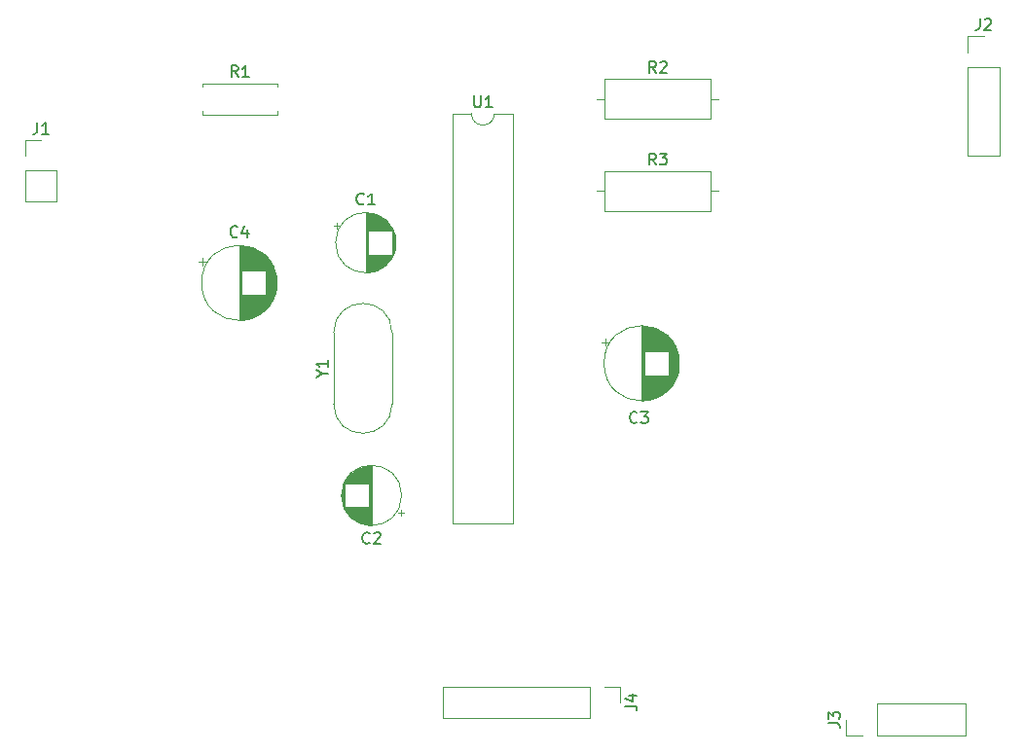
<source format=gbr>
%TF.GenerationSoftware,KiCad,Pcbnew,9.0.1*%
%TF.CreationDate,2025-06-18T08:05:51+01:00*%
%TF.ProjectId,station_pcb,73746174-696f-46e5-9f70-63622e6b6963,rev?*%
%TF.SameCoordinates,Original*%
%TF.FileFunction,Legend,Top*%
%TF.FilePolarity,Positive*%
%FSLAX46Y46*%
G04 Gerber Fmt 4.6, Leading zero omitted, Abs format (unit mm)*
G04 Created by KiCad (PCBNEW 9.0.1) date 2025-06-18 08:05:51*
%MOMM*%
%LPD*%
G01*
G04 APERTURE LIST*
%ADD10C,0.150000*%
%ADD11C,0.120000*%
G04 APERTURE END LIST*
D10*
X159252515Y-52734819D02*
X158919182Y-52258628D01*
X158681087Y-52734819D02*
X158681087Y-51734819D01*
X158681087Y-51734819D02*
X159062039Y-51734819D01*
X159062039Y-51734819D02*
X159157277Y-51782438D01*
X159157277Y-51782438D02*
X159204896Y-51830057D01*
X159204896Y-51830057D02*
X159252515Y-51925295D01*
X159252515Y-51925295D02*
X159252515Y-52068152D01*
X159252515Y-52068152D02*
X159204896Y-52163390D01*
X159204896Y-52163390D02*
X159157277Y-52211009D01*
X159157277Y-52211009D02*
X159062039Y-52258628D01*
X159062039Y-52258628D02*
X158681087Y-52258628D01*
X159633468Y-51830057D02*
X159681087Y-51782438D01*
X159681087Y-51782438D02*
X159776325Y-51734819D01*
X159776325Y-51734819D02*
X160014420Y-51734819D01*
X160014420Y-51734819D02*
X160109658Y-51782438D01*
X160109658Y-51782438D02*
X160157277Y-51830057D01*
X160157277Y-51830057D02*
X160204896Y-51925295D01*
X160204896Y-51925295D02*
X160204896Y-52020533D01*
X160204896Y-52020533D02*
X160157277Y-52163390D01*
X160157277Y-52163390D02*
X159585849Y-52734819D01*
X159585849Y-52734819D02*
X160204896Y-52734819D01*
X156604001Y-107833333D02*
X157318286Y-107833333D01*
X157318286Y-107833333D02*
X157461143Y-107880952D01*
X157461143Y-107880952D02*
X157556382Y-107976190D01*
X157556382Y-107976190D02*
X157604001Y-108119047D01*
X157604001Y-108119047D02*
X157604001Y-108214285D01*
X156937334Y-106928571D02*
X157604001Y-106928571D01*
X156556382Y-107166666D02*
X157270667Y-107404761D01*
X157270667Y-107404761D02*
X157270667Y-106785714D01*
X133852515Y-64109580D02*
X133804896Y-64157200D01*
X133804896Y-64157200D02*
X133662039Y-64204819D01*
X133662039Y-64204819D02*
X133566801Y-64204819D01*
X133566801Y-64204819D02*
X133423944Y-64157200D01*
X133423944Y-64157200D02*
X133328706Y-64061961D01*
X133328706Y-64061961D02*
X133281087Y-63966723D01*
X133281087Y-63966723D02*
X133233468Y-63776247D01*
X133233468Y-63776247D02*
X133233468Y-63633390D01*
X133233468Y-63633390D02*
X133281087Y-63442914D01*
X133281087Y-63442914D02*
X133328706Y-63347676D01*
X133328706Y-63347676D02*
X133423944Y-63252438D01*
X133423944Y-63252438D02*
X133566801Y-63204819D01*
X133566801Y-63204819D02*
X133662039Y-63204819D01*
X133662039Y-63204819D02*
X133804896Y-63252438D01*
X133804896Y-63252438D02*
X133852515Y-63300057D01*
X134804896Y-64204819D02*
X134233468Y-64204819D01*
X134519182Y-64204819D02*
X134519182Y-63204819D01*
X134519182Y-63204819D02*
X134423944Y-63347676D01*
X134423944Y-63347676D02*
X134328706Y-63442914D01*
X134328706Y-63442914D02*
X134233468Y-63490533D01*
X130222810Y-78916190D02*
X130699001Y-78916190D01*
X129699001Y-79249523D02*
X130222810Y-78916190D01*
X130222810Y-78916190D02*
X129699001Y-78582857D01*
X130699001Y-77725714D02*
X130699001Y-78297142D01*
X130699001Y-78011428D02*
X129699001Y-78011428D01*
X129699001Y-78011428D02*
X129841858Y-78106666D01*
X129841858Y-78106666D02*
X129937096Y-78201904D01*
X129937096Y-78201904D02*
X129984715Y-78297142D01*
X157602515Y-83109580D02*
X157554896Y-83157200D01*
X157554896Y-83157200D02*
X157412039Y-83204819D01*
X157412039Y-83204819D02*
X157316801Y-83204819D01*
X157316801Y-83204819D02*
X157173944Y-83157200D01*
X157173944Y-83157200D02*
X157078706Y-83061961D01*
X157078706Y-83061961D02*
X157031087Y-82966723D01*
X157031087Y-82966723D02*
X156983468Y-82776247D01*
X156983468Y-82776247D02*
X156983468Y-82633390D01*
X156983468Y-82633390D02*
X157031087Y-82442914D01*
X157031087Y-82442914D02*
X157078706Y-82347676D01*
X157078706Y-82347676D02*
X157173944Y-82252438D01*
X157173944Y-82252438D02*
X157316801Y-82204819D01*
X157316801Y-82204819D02*
X157412039Y-82204819D01*
X157412039Y-82204819D02*
X157554896Y-82252438D01*
X157554896Y-82252438D02*
X157602515Y-82300057D01*
X157935849Y-82204819D02*
X158554896Y-82204819D01*
X158554896Y-82204819D02*
X158221563Y-82585771D01*
X158221563Y-82585771D02*
X158364420Y-82585771D01*
X158364420Y-82585771D02*
X158459658Y-82633390D01*
X158459658Y-82633390D02*
X158507277Y-82681009D01*
X158507277Y-82681009D02*
X158554896Y-82776247D01*
X158554896Y-82776247D02*
X158554896Y-83014342D01*
X158554896Y-83014342D02*
X158507277Y-83109580D01*
X158507277Y-83109580D02*
X158459658Y-83157200D01*
X158459658Y-83157200D02*
X158364420Y-83204819D01*
X158364420Y-83204819D02*
X158078706Y-83204819D01*
X158078706Y-83204819D02*
X157983468Y-83157200D01*
X157983468Y-83157200D02*
X157935849Y-83109580D01*
X143447277Y-54724819D02*
X143447277Y-55534342D01*
X143447277Y-55534342D02*
X143494896Y-55629580D01*
X143494896Y-55629580D02*
X143542515Y-55677200D01*
X143542515Y-55677200D02*
X143637753Y-55724819D01*
X143637753Y-55724819D02*
X143828229Y-55724819D01*
X143828229Y-55724819D02*
X143923467Y-55677200D01*
X143923467Y-55677200D02*
X143971086Y-55629580D01*
X143971086Y-55629580D02*
X144018705Y-55534342D01*
X144018705Y-55534342D02*
X144018705Y-54724819D01*
X145018705Y-55724819D02*
X144447277Y-55724819D01*
X144732991Y-55724819D02*
X144732991Y-54724819D01*
X144732991Y-54724819D02*
X144637753Y-54867676D01*
X144637753Y-54867676D02*
X144542515Y-54962914D01*
X144542515Y-54962914D02*
X144447277Y-55010533D01*
X159252515Y-60734819D02*
X158919182Y-60258628D01*
X158681087Y-60734819D02*
X158681087Y-59734819D01*
X158681087Y-59734819D02*
X159062039Y-59734819D01*
X159062039Y-59734819D02*
X159157277Y-59782438D01*
X159157277Y-59782438D02*
X159204896Y-59830057D01*
X159204896Y-59830057D02*
X159252515Y-59925295D01*
X159252515Y-59925295D02*
X159252515Y-60068152D01*
X159252515Y-60068152D02*
X159204896Y-60163390D01*
X159204896Y-60163390D02*
X159157277Y-60211009D01*
X159157277Y-60211009D02*
X159062039Y-60258628D01*
X159062039Y-60258628D02*
X158681087Y-60258628D01*
X159585849Y-59734819D02*
X160204896Y-59734819D01*
X160204896Y-59734819D02*
X159871563Y-60115771D01*
X159871563Y-60115771D02*
X160014420Y-60115771D01*
X160014420Y-60115771D02*
X160109658Y-60163390D01*
X160109658Y-60163390D02*
X160157277Y-60211009D01*
X160157277Y-60211009D02*
X160204896Y-60306247D01*
X160204896Y-60306247D02*
X160204896Y-60544342D01*
X160204896Y-60544342D02*
X160157277Y-60639580D01*
X160157277Y-60639580D02*
X160109658Y-60687200D01*
X160109658Y-60687200D02*
X160014420Y-60734819D01*
X160014420Y-60734819D02*
X159728706Y-60734819D01*
X159728706Y-60734819D02*
X159633468Y-60687200D01*
X159633468Y-60687200D02*
X159585849Y-60639580D01*
X122912515Y-53084819D02*
X122579182Y-52608628D01*
X122341087Y-53084819D02*
X122341087Y-52084819D01*
X122341087Y-52084819D02*
X122722039Y-52084819D01*
X122722039Y-52084819D02*
X122817277Y-52132438D01*
X122817277Y-52132438D02*
X122864896Y-52180057D01*
X122864896Y-52180057D02*
X122912515Y-52275295D01*
X122912515Y-52275295D02*
X122912515Y-52418152D01*
X122912515Y-52418152D02*
X122864896Y-52513390D01*
X122864896Y-52513390D02*
X122817277Y-52561009D01*
X122817277Y-52561009D02*
X122722039Y-52608628D01*
X122722039Y-52608628D02*
X122341087Y-52608628D01*
X123864896Y-53084819D02*
X123293468Y-53084819D01*
X123579182Y-53084819D02*
X123579182Y-52084819D01*
X123579182Y-52084819D02*
X123483944Y-52227676D01*
X123483944Y-52227676D02*
X123388706Y-52322914D01*
X123388706Y-52322914D02*
X123293468Y-52370533D01*
X174264001Y-109333333D02*
X174978286Y-109333333D01*
X174978286Y-109333333D02*
X175121143Y-109380952D01*
X175121143Y-109380952D02*
X175216382Y-109476190D01*
X175216382Y-109476190D02*
X175264001Y-109619047D01*
X175264001Y-109619047D02*
X175264001Y-109714285D01*
X174264001Y-108952380D02*
X174264001Y-108333333D01*
X174264001Y-108333333D02*
X174644953Y-108666666D01*
X174644953Y-108666666D02*
X174644953Y-108523809D01*
X174644953Y-108523809D02*
X174692572Y-108428571D01*
X174692572Y-108428571D02*
X174740191Y-108380952D01*
X174740191Y-108380952D02*
X174835429Y-108333333D01*
X174835429Y-108333333D02*
X175073524Y-108333333D01*
X175073524Y-108333333D02*
X175168762Y-108380952D01*
X175168762Y-108380952D02*
X175216382Y-108428571D01*
X175216382Y-108428571D02*
X175264001Y-108523809D01*
X175264001Y-108523809D02*
X175264001Y-108809523D01*
X175264001Y-108809523D02*
X175216382Y-108904761D01*
X175216382Y-108904761D02*
X175168762Y-108952380D01*
X187435848Y-47994819D02*
X187435848Y-48709104D01*
X187435848Y-48709104D02*
X187388229Y-48851961D01*
X187388229Y-48851961D02*
X187292991Y-48947200D01*
X187292991Y-48947200D02*
X187150134Y-48994819D01*
X187150134Y-48994819D02*
X187054896Y-48994819D01*
X187864420Y-48090057D02*
X187912039Y-48042438D01*
X187912039Y-48042438D02*
X188007277Y-47994819D01*
X188007277Y-47994819D02*
X188245372Y-47994819D01*
X188245372Y-47994819D02*
X188340610Y-48042438D01*
X188340610Y-48042438D02*
X188388229Y-48090057D01*
X188388229Y-48090057D02*
X188435848Y-48185295D01*
X188435848Y-48185295D02*
X188435848Y-48280533D01*
X188435848Y-48280533D02*
X188388229Y-48423390D01*
X188388229Y-48423390D02*
X187816801Y-48994819D01*
X187816801Y-48994819D02*
X188435848Y-48994819D01*
X105435848Y-57034819D02*
X105435848Y-57749104D01*
X105435848Y-57749104D02*
X105388229Y-57891961D01*
X105388229Y-57891961D02*
X105292991Y-57987200D01*
X105292991Y-57987200D02*
X105150134Y-58034819D01*
X105150134Y-58034819D02*
X105054896Y-58034819D01*
X106435848Y-58034819D02*
X105864420Y-58034819D01*
X106150134Y-58034819D02*
X106150134Y-57034819D01*
X106150134Y-57034819D02*
X106054896Y-57177676D01*
X106054896Y-57177676D02*
X105959658Y-57272914D01*
X105959658Y-57272914D02*
X105864420Y-57320533D01*
X122852515Y-66959580D02*
X122804896Y-67007200D01*
X122804896Y-67007200D02*
X122662039Y-67054819D01*
X122662039Y-67054819D02*
X122566801Y-67054819D01*
X122566801Y-67054819D02*
X122423944Y-67007200D01*
X122423944Y-67007200D02*
X122328706Y-66911961D01*
X122328706Y-66911961D02*
X122281087Y-66816723D01*
X122281087Y-66816723D02*
X122233468Y-66626247D01*
X122233468Y-66626247D02*
X122233468Y-66483390D01*
X122233468Y-66483390D02*
X122281087Y-66292914D01*
X122281087Y-66292914D02*
X122328706Y-66197676D01*
X122328706Y-66197676D02*
X122423944Y-66102438D01*
X122423944Y-66102438D02*
X122566801Y-66054819D01*
X122566801Y-66054819D02*
X122662039Y-66054819D01*
X122662039Y-66054819D02*
X122804896Y-66102438D01*
X122804896Y-66102438D02*
X122852515Y-66150057D01*
X123709658Y-66388152D02*
X123709658Y-67054819D01*
X123471563Y-66007200D02*
X123233468Y-66721485D01*
X123233468Y-66721485D02*
X123852515Y-66721485D01*
X134352515Y-93609580D02*
X134304896Y-93657200D01*
X134304896Y-93657200D02*
X134162039Y-93704819D01*
X134162039Y-93704819D02*
X134066801Y-93704819D01*
X134066801Y-93704819D02*
X133923944Y-93657200D01*
X133923944Y-93657200D02*
X133828706Y-93561961D01*
X133828706Y-93561961D02*
X133781087Y-93466723D01*
X133781087Y-93466723D02*
X133733468Y-93276247D01*
X133733468Y-93276247D02*
X133733468Y-93133390D01*
X133733468Y-93133390D02*
X133781087Y-92942914D01*
X133781087Y-92942914D02*
X133828706Y-92847676D01*
X133828706Y-92847676D02*
X133923944Y-92752438D01*
X133923944Y-92752438D02*
X134066801Y-92704819D01*
X134066801Y-92704819D02*
X134162039Y-92704819D01*
X134162039Y-92704819D02*
X134304896Y-92752438D01*
X134304896Y-92752438D02*
X134352515Y-92800057D01*
X134733468Y-92800057D02*
X134781087Y-92752438D01*
X134781087Y-92752438D02*
X134876325Y-92704819D01*
X134876325Y-92704819D02*
X135114420Y-92704819D01*
X135114420Y-92704819D02*
X135209658Y-92752438D01*
X135209658Y-92752438D02*
X135257277Y-92800057D01*
X135257277Y-92800057D02*
X135304896Y-92895295D01*
X135304896Y-92895295D02*
X135304896Y-92990533D01*
X135304896Y-92990533D02*
X135257277Y-93133390D01*
X135257277Y-93133390D02*
X134685849Y-93704819D01*
X134685849Y-93704819D02*
X135304896Y-93704819D01*
D11*
%TO.C,R2*%
X164729182Y-55000000D02*
X164039182Y-55000000D01*
X164039182Y-56720000D02*
X164039182Y-53280000D01*
X164039182Y-53280000D02*
X154799182Y-53280000D01*
X154799182Y-56720000D02*
X164039182Y-56720000D01*
X154799182Y-53280000D02*
X154799182Y-56720000D01*
X154109182Y-55000000D02*
X154799182Y-55000000D01*
%TO.C,J4*%
X153499182Y-108880000D02*
X140689182Y-108880000D01*
X140689182Y-106120000D02*
X140689182Y-108880000D01*
X153499182Y-106120000D02*
X153499182Y-108880000D01*
X153499182Y-106120000D02*
X140689182Y-106120000D01*
X154769182Y-106120000D02*
X156149182Y-106120000D01*
X156149182Y-106120000D02*
X156149182Y-107500000D01*
%TO.C,C1*%
X136639182Y-67500000D02*
G75*
G02*
X131399182Y-67500000I-2620000J0D01*
G01*
X131399182Y-67500000D02*
G75*
G02*
X136639182Y-67500000I2620000J0D01*
G01*
X136619182Y-67217000D02*
X136619182Y-67783000D01*
X136579182Y-66983000D02*
X136579182Y-68017000D01*
X136539182Y-66823000D02*
X136539182Y-68177000D01*
X136499182Y-66695000D02*
X136499182Y-68305000D01*
X136459182Y-66586000D02*
X136459182Y-68414000D01*
X136419182Y-66489000D02*
X136419182Y-68511000D01*
X136379182Y-66402000D02*
X136379182Y-68598000D01*
X136339182Y-66323000D02*
X136339182Y-68677000D01*
X136299182Y-68540000D02*
X136299182Y-68751000D01*
X136299182Y-66249000D02*
X136299182Y-66460000D01*
X136259182Y-68540000D02*
X136259182Y-68819000D01*
X136259182Y-66181000D02*
X136259182Y-66460000D01*
X136219182Y-68540000D02*
X136219182Y-68883000D01*
X136219182Y-66117000D02*
X136219182Y-66460000D01*
X136179182Y-68540000D02*
X136179182Y-68943000D01*
X136179182Y-66057000D02*
X136179182Y-66460000D01*
X136139182Y-68540000D02*
X136139182Y-68999000D01*
X136139182Y-66001000D02*
X136139182Y-66460000D01*
X136099182Y-68540000D02*
X136099182Y-69053000D01*
X136099182Y-65947000D02*
X136099182Y-66460000D01*
X136059182Y-68540000D02*
X136059182Y-69104000D01*
X136059182Y-65896000D02*
X136059182Y-66460000D01*
X136019182Y-68540000D02*
X136019182Y-69152000D01*
X136019182Y-65848000D02*
X136019182Y-66460000D01*
X135979182Y-68540000D02*
X135979182Y-69199000D01*
X135979182Y-65801000D02*
X135979182Y-66460000D01*
X135939182Y-68540000D02*
X135939182Y-69243000D01*
X135939182Y-65757000D02*
X135939182Y-66460000D01*
X135899182Y-68540000D02*
X135899182Y-69285000D01*
X135899182Y-65715000D02*
X135899182Y-66460000D01*
X135859182Y-68540000D02*
X135859182Y-69325000D01*
X135859182Y-65675000D02*
X135859182Y-66460000D01*
X135819182Y-68540000D02*
X135819182Y-69364000D01*
X135819182Y-65636000D02*
X135819182Y-66460000D01*
X135779182Y-68540000D02*
X135779182Y-69401000D01*
X135779182Y-65599000D02*
X135779182Y-66460000D01*
X135739182Y-68540000D02*
X135739182Y-69436000D01*
X135739182Y-65564000D02*
X135739182Y-66460000D01*
X135699182Y-68540000D02*
X135699182Y-69470000D01*
X135699182Y-65530000D02*
X135699182Y-66460000D01*
X135659182Y-68540000D02*
X135659182Y-69503000D01*
X135659182Y-65497000D02*
X135659182Y-66460000D01*
X135619182Y-68540000D02*
X135619182Y-69535000D01*
X135619182Y-65465000D02*
X135619182Y-66460000D01*
X135579182Y-68540000D02*
X135579182Y-69565000D01*
X135579182Y-65435000D02*
X135579182Y-66460000D01*
X135539182Y-68540000D02*
X135539182Y-69594000D01*
X135539182Y-65406000D02*
X135539182Y-66460000D01*
X135499182Y-68540000D02*
X135499182Y-69622000D01*
X135499182Y-65378000D02*
X135499182Y-66460000D01*
X135459182Y-68540000D02*
X135459182Y-69649000D01*
X135459182Y-65351000D02*
X135459182Y-66460000D01*
X135419182Y-68540000D02*
X135419182Y-69675000D01*
X135419182Y-65325000D02*
X135419182Y-66460000D01*
X135379182Y-68540000D02*
X135379182Y-69699000D01*
X135379182Y-65301000D02*
X135379182Y-66460000D01*
X135339182Y-68540000D02*
X135339182Y-69723000D01*
X135339182Y-65277000D02*
X135339182Y-66460000D01*
X135299182Y-68540000D02*
X135299182Y-69746000D01*
X135299182Y-65254000D02*
X135299182Y-66460000D01*
X135259182Y-68540000D02*
X135259182Y-69768000D01*
X135259182Y-65232000D02*
X135259182Y-66460000D01*
X135219182Y-68540000D02*
X135219182Y-69789000D01*
X135219182Y-65211000D02*
X135219182Y-66460000D01*
X135179182Y-68540000D02*
X135179182Y-69809000D01*
X135179182Y-65191000D02*
X135179182Y-66460000D01*
X135139182Y-68540000D02*
X135139182Y-69829000D01*
X135139182Y-65171000D02*
X135139182Y-66460000D01*
X135099182Y-68540000D02*
X135099182Y-69847000D01*
X135099182Y-65153000D02*
X135099182Y-66460000D01*
X135059182Y-68540000D02*
X135059182Y-69865000D01*
X135059182Y-65135000D02*
X135059182Y-66460000D01*
X135019182Y-68540000D02*
X135019182Y-69882000D01*
X135019182Y-65118000D02*
X135019182Y-66460000D01*
X134979182Y-68540000D02*
X134979182Y-69898000D01*
X134979182Y-65102000D02*
X134979182Y-66460000D01*
X134939182Y-68540000D02*
X134939182Y-69913000D01*
X134939182Y-65087000D02*
X134939182Y-66460000D01*
X134899182Y-68540000D02*
X134899182Y-69928000D01*
X134899182Y-65072000D02*
X134899182Y-66460000D01*
X134859182Y-68540000D02*
X134859182Y-69942000D01*
X134859182Y-65058000D02*
X134859182Y-66460000D01*
X134819182Y-68540000D02*
X134819182Y-69955000D01*
X134819182Y-65045000D02*
X134819182Y-66460000D01*
X134779182Y-68540000D02*
X134779182Y-69967000D01*
X134779182Y-65033000D02*
X134779182Y-66460000D01*
X134739182Y-68540000D02*
X134739182Y-69979000D01*
X134739182Y-65021000D02*
X134739182Y-66460000D01*
X134699182Y-68540000D02*
X134699182Y-69990000D01*
X134699182Y-65010000D02*
X134699182Y-66460000D01*
X134659182Y-68540000D02*
X134659182Y-70001000D01*
X134659182Y-64999000D02*
X134659182Y-66460000D01*
X134619182Y-68540000D02*
X134619182Y-70010000D01*
X134619182Y-64990000D02*
X134619182Y-66460000D01*
X134579182Y-68540000D02*
X134579182Y-70019000D01*
X134579182Y-64981000D02*
X134579182Y-66460000D01*
X134539182Y-68540000D02*
X134539182Y-70028000D01*
X134539182Y-64972000D02*
X134539182Y-66460000D01*
X134499182Y-68540000D02*
X134499182Y-70036000D01*
X134499182Y-64964000D02*
X134499182Y-66460000D01*
X134459182Y-68540000D02*
X134459182Y-70043000D01*
X134459182Y-64957000D02*
X134459182Y-66460000D01*
X134419182Y-68540000D02*
X134419182Y-70049000D01*
X134419182Y-64951000D02*
X134419182Y-66460000D01*
X134379182Y-68540000D02*
X134379182Y-70055000D01*
X134379182Y-64945000D02*
X134379182Y-66460000D01*
X134339182Y-68540000D02*
X134339182Y-70060000D01*
X134339182Y-64940000D02*
X134339182Y-66460000D01*
X134299182Y-68540000D02*
X134299182Y-70065000D01*
X134299182Y-64935000D02*
X134299182Y-66460000D01*
X134259182Y-68540000D02*
X134259182Y-70069000D01*
X134259182Y-64931000D02*
X134259182Y-66460000D01*
X134219182Y-64928000D02*
X134219182Y-70072000D01*
X134179182Y-64925000D02*
X134179182Y-70075000D01*
X134139182Y-64923000D02*
X134139182Y-70077000D01*
X134099182Y-64921000D02*
X134099182Y-70079000D01*
X134059182Y-64920000D02*
X134059182Y-70080000D01*
X134019182Y-64920000D02*
X134019182Y-70080000D01*
X131464407Y-65775000D02*
X131464407Y-66275000D01*
X131214407Y-66025000D02*
X131714407Y-66025000D01*
%TO.C,Y1*%
X131244182Y-75315000D02*
G75*
G02*
X136294182Y-75315000I2525000J0D01*
G01*
X136294182Y-81565000D02*
G75*
G02*
X131244182Y-81565000I-2525000J0D01*
G01*
X136294182Y-81565000D02*
X136294182Y-75315000D01*
X131244182Y-81565000D02*
X131244182Y-75315000D01*
%TO.C,C3*%
X161289182Y-78000000D02*
G75*
G02*
X154749182Y-78000000I-3270000J0D01*
G01*
X154749182Y-78000000D02*
G75*
G02*
X161289182Y-78000000I3270000J0D01*
G01*
X161259182Y-77598000D02*
X161259182Y-78402000D01*
X161219182Y-77367000D02*
X161219182Y-78633000D01*
X161179182Y-77199000D02*
X161179182Y-78801000D01*
X161139182Y-77061000D02*
X161139182Y-78939000D01*
X161099182Y-76942000D02*
X161099182Y-79058000D01*
X161059182Y-76835000D02*
X161059182Y-79165000D01*
X161019182Y-76739000D02*
X161019182Y-79261000D01*
X160979182Y-76650000D02*
X160979182Y-79350000D01*
X160939182Y-76568000D02*
X160939182Y-79432000D01*
X160899182Y-76491000D02*
X160899182Y-79509000D01*
X160859182Y-76419000D02*
X160859182Y-79581000D01*
X160819182Y-76351000D02*
X160819182Y-79649000D01*
X160779182Y-76286000D02*
X160779182Y-79714000D01*
X160739182Y-76225000D02*
X160739182Y-79775000D01*
X160699182Y-76166000D02*
X160699182Y-79834000D01*
X160659182Y-76110000D02*
X160659182Y-79890000D01*
X160619182Y-76057000D02*
X160619182Y-79943000D01*
X160579182Y-76005000D02*
X160579182Y-79995000D01*
X160539182Y-75956000D02*
X160539182Y-80044000D01*
X160499182Y-75909000D02*
X160499182Y-80091000D01*
X160459182Y-75863000D02*
X160459182Y-80137000D01*
X160419182Y-75819000D02*
X160419182Y-80181000D01*
X160379182Y-75777000D02*
X160379182Y-80223000D01*
X160339182Y-75736000D02*
X160339182Y-80264000D01*
X160299182Y-79040000D02*
X160299182Y-80304000D01*
X160299182Y-75696000D02*
X160299182Y-76960000D01*
X160259182Y-79040000D02*
X160259182Y-80342000D01*
X160259182Y-75658000D02*
X160259182Y-76960000D01*
X160219182Y-79040000D02*
X160219182Y-80379000D01*
X160219182Y-75621000D02*
X160219182Y-76960000D01*
X160179182Y-79040000D02*
X160179182Y-80415000D01*
X160179182Y-75585000D02*
X160179182Y-76960000D01*
X160139182Y-79040000D02*
X160139182Y-80450000D01*
X160139182Y-75550000D02*
X160139182Y-76960000D01*
X160099182Y-79040000D02*
X160099182Y-80483000D01*
X160099182Y-75517000D02*
X160099182Y-76960000D01*
X160059182Y-79040000D02*
X160059182Y-80516000D01*
X160059182Y-75484000D02*
X160059182Y-76960000D01*
X160019182Y-79040000D02*
X160019182Y-80547000D01*
X160019182Y-75453000D02*
X160019182Y-76960000D01*
X159979182Y-79040000D02*
X159979182Y-80577000D01*
X159979182Y-75423000D02*
X159979182Y-76960000D01*
X159939182Y-79040000D02*
X159939182Y-80607000D01*
X159939182Y-75393000D02*
X159939182Y-76960000D01*
X159899182Y-79040000D02*
X159899182Y-80636000D01*
X159899182Y-75364000D02*
X159899182Y-76960000D01*
X159859182Y-79040000D02*
X159859182Y-80663000D01*
X159859182Y-75337000D02*
X159859182Y-76960000D01*
X159819182Y-79040000D02*
X159819182Y-80690000D01*
X159819182Y-75310000D02*
X159819182Y-76960000D01*
X159779182Y-79040000D02*
X159779182Y-80716000D01*
X159779182Y-75284000D02*
X159779182Y-76960000D01*
X159739182Y-79040000D02*
X159739182Y-80741000D01*
X159739182Y-75259000D02*
X159739182Y-76960000D01*
X159699182Y-79040000D02*
X159699182Y-80765000D01*
X159699182Y-75235000D02*
X159699182Y-76960000D01*
X159659182Y-79040000D02*
X159659182Y-80789000D01*
X159659182Y-75211000D02*
X159659182Y-76960000D01*
X159619182Y-79040000D02*
X159619182Y-80812000D01*
X159619182Y-75188000D02*
X159619182Y-76960000D01*
X159579182Y-79040000D02*
X159579182Y-80834000D01*
X159579182Y-75166000D02*
X159579182Y-76960000D01*
X159539182Y-79040000D02*
X159539182Y-80855000D01*
X159539182Y-75145000D02*
X159539182Y-76960000D01*
X159499182Y-79040000D02*
X159499182Y-80876000D01*
X159499182Y-75124000D02*
X159499182Y-76960000D01*
X159459182Y-79040000D02*
X159459182Y-80896000D01*
X159459182Y-75104000D02*
X159459182Y-76960000D01*
X159419182Y-79040000D02*
X159419182Y-80915000D01*
X159419182Y-75085000D02*
X159419182Y-76960000D01*
X159379182Y-79040000D02*
X159379182Y-80934000D01*
X159379182Y-75066000D02*
X159379182Y-76960000D01*
X159339182Y-79040000D02*
X159339182Y-80952000D01*
X159339182Y-75048000D02*
X159339182Y-76960000D01*
X159299182Y-79040000D02*
X159299182Y-80969000D01*
X159299182Y-75031000D02*
X159299182Y-76960000D01*
X159259182Y-79040000D02*
X159259182Y-80986000D01*
X159259182Y-75014000D02*
X159259182Y-76960000D01*
X159219182Y-79040000D02*
X159219182Y-81002000D01*
X159219182Y-74998000D02*
X159219182Y-76960000D01*
X159179182Y-79040000D02*
X159179182Y-81017000D01*
X159179182Y-74983000D02*
X159179182Y-76960000D01*
X159139182Y-79040000D02*
X159139182Y-81032000D01*
X159139182Y-74968000D02*
X159139182Y-76960000D01*
X159099182Y-79040000D02*
X159099182Y-81047000D01*
X159099182Y-74953000D02*
X159099182Y-76960000D01*
X159059182Y-79040000D02*
X159059182Y-81060000D01*
X159059182Y-74940000D02*
X159059182Y-76960000D01*
X159019182Y-79040000D02*
X159019182Y-81073000D01*
X159019182Y-74927000D02*
X159019182Y-76960000D01*
X158979182Y-79040000D02*
X158979182Y-81086000D01*
X158979182Y-74914000D02*
X158979182Y-76960000D01*
X158939182Y-79040000D02*
X158939182Y-81098000D01*
X158939182Y-74902000D02*
X158939182Y-76960000D01*
X158899182Y-79040000D02*
X158899182Y-81109000D01*
X158899182Y-74891000D02*
X158899182Y-76960000D01*
X158859182Y-79040000D02*
X158859182Y-81120000D01*
X158859182Y-74880000D02*
X158859182Y-76960000D01*
X158819182Y-79040000D02*
X158819182Y-81131000D01*
X158819182Y-74869000D02*
X158819182Y-76960000D01*
X158779182Y-79040000D02*
X158779182Y-81140000D01*
X158779182Y-74860000D02*
X158779182Y-76960000D01*
X158739182Y-79040000D02*
X158739182Y-81150000D01*
X158739182Y-74850000D02*
X158739182Y-76960000D01*
X158699182Y-79040000D02*
X158699182Y-81159000D01*
X158699182Y-74841000D02*
X158699182Y-76960000D01*
X158659182Y-79040000D02*
X158659182Y-81167000D01*
X158659182Y-74833000D02*
X158659182Y-76960000D01*
X158619182Y-79040000D02*
X158619182Y-81174000D01*
X158619182Y-74826000D02*
X158619182Y-76960000D01*
X158579182Y-79040000D02*
X158579182Y-81182000D01*
X158579182Y-74818000D02*
X158579182Y-76960000D01*
X158539182Y-79040000D02*
X158539182Y-81188000D01*
X158539182Y-74812000D02*
X158539182Y-76960000D01*
X158499182Y-79040000D02*
X158499182Y-81195000D01*
X158499182Y-74805000D02*
X158499182Y-76960000D01*
X158459182Y-79040000D02*
X158459182Y-81200000D01*
X158459182Y-74800000D02*
X158459182Y-76960000D01*
X158419182Y-79040000D02*
X158419182Y-81205000D01*
X158419182Y-74795000D02*
X158419182Y-76960000D01*
X158379182Y-79040000D02*
X158379182Y-81210000D01*
X158379182Y-74790000D02*
X158379182Y-76960000D01*
X158339182Y-79040000D02*
X158339182Y-81214000D01*
X158339182Y-74786000D02*
X158339182Y-76960000D01*
X158299182Y-79040000D02*
X158299182Y-81218000D01*
X158299182Y-74782000D02*
X158299182Y-76960000D01*
X158259182Y-79040000D02*
X158259182Y-81221000D01*
X158259182Y-74779000D02*
X158259182Y-76960000D01*
X158219182Y-74776000D02*
X158219182Y-81224000D01*
X158179182Y-74774000D02*
X158179182Y-81226000D01*
X158139182Y-74772000D02*
X158139182Y-81228000D01*
X158099182Y-74771000D02*
X158099182Y-81229000D01*
X158059182Y-74770000D02*
X158059182Y-81230000D01*
X158019182Y-74770000D02*
X158019182Y-81230000D01*
X154833941Y-75846000D02*
X154833941Y-76476000D01*
X154518941Y-76161000D02*
X155148941Y-76161000D01*
%TO.C,U1*%
X141559182Y-56270000D02*
X141559182Y-91950000D01*
X141559182Y-91950000D02*
X146859182Y-91950000D01*
X143209182Y-56270000D02*
X141559182Y-56270000D01*
X146859182Y-56270000D02*
X145209182Y-56270000D01*
X146859182Y-91950000D02*
X146859182Y-56270000D01*
X145209182Y-56270000D02*
G75*
G02*
X143209182Y-56270000I-1000000J0D01*
G01*
%TO.C,R3*%
X154109182Y-63000000D02*
X154799182Y-63000000D01*
X154799182Y-61280000D02*
X154799182Y-64720000D01*
X154799182Y-64720000D02*
X164039182Y-64720000D01*
X164039182Y-61280000D02*
X154799182Y-61280000D01*
X164039182Y-64720000D02*
X164039182Y-61280000D01*
X164729182Y-63000000D02*
X164039182Y-63000000D01*
%TO.C,R1*%
X119809182Y-53630000D02*
X126349182Y-53630000D01*
X119809182Y-53960000D02*
X119809182Y-53630000D01*
X119809182Y-56040000D02*
X119809182Y-56370000D01*
X119809182Y-56370000D02*
X126349182Y-56370000D01*
X126349182Y-53630000D02*
X126349182Y-53960000D01*
X126349182Y-56370000D02*
X126349182Y-56040000D01*
%TO.C,J3*%
X175809182Y-110380000D02*
X175809182Y-109000000D01*
X177189182Y-110380000D02*
X175809182Y-110380000D01*
X178459182Y-110380000D02*
X186189182Y-110380000D01*
X178459182Y-110380000D02*
X178459182Y-107620000D01*
X186189182Y-110380000D02*
X186189182Y-107620000D01*
X178459182Y-107620000D02*
X186189182Y-107620000D01*
%TO.C,J2*%
X186389182Y-49540000D02*
X187769182Y-49540000D01*
X186389182Y-50920000D02*
X186389182Y-49540000D01*
X186389182Y-52190000D02*
X186389182Y-59920000D01*
X186389182Y-52190000D02*
X189149182Y-52190000D01*
X186389182Y-59920000D02*
X189149182Y-59920000D01*
X189149182Y-52190000D02*
X189149182Y-59920000D01*
%TO.C,J1*%
X104389182Y-58580000D02*
X105769182Y-58580000D01*
X104389182Y-59960000D02*
X104389182Y-58580000D01*
X104389182Y-61230000D02*
X104389182Y-63880000D01*
X104389182Y-61230000D02*
X107149182Y-61230000D01*
X104389182Y-63880000D02*
X107149182Y-63880000D01*
X107149182Y-61230000D02*
X107149182Y-63880000D01*
%TO.C,C4*%
X119518941Y-69161000D02*
X120148941Y-69161000D01*
X119833941Y-68846000D02*
X119833941Y-69476000D01*
X123019182Y-67770000D02*
X123019182Y-74230000D01*
X123059182Y-67770000D02*
X123059182Y-74230000D01*
X123099182Y-67771000D02*
X123099182Y-74229000D01*
X123139182Y-67772000D02*
X123139182Y-74228000D01*
X123179182Y-67774000D02*
X123179182Y-74226000D01*
X123219182Y-67776000D02*
X123219182Y-74224000D01*
X123259182Y-67779000D02*
X123259182Y-69960000D01*
X123259182Y-72040000D02*
X123259182Y-74221000D01*
X123299182Y-67782000D02*
X123299182Y-69960000D01*
X123299182Y-72040000D02*
X123299182Y-74218000D01*
X123339182Y-67786000D02*
X123339182Y-69960000D01*
X123339182Y-72040000D02*
X123339182Y-74214000D01*
X123379182Y-67790000D02*
X123379182Y-69960000D01*
X123379182Y-72040000D02*
X123379182Y-74210000D01*
X123419182Y-67795000D02*
X123419182Y-69960000D01*
X123419182Y-72040000D02*
X123419182Y-74205000D01*
X123459182Y-67800000D02*
X123459182Y-69960000D01*
X123459182Y-72040000D02*
X123459182Y-74200000D01*
X123499182Y-67805000D02*
X123499182Y-69960000D01*
X123499182Y-72040000D02*
X123499182Y-74195000D01*
X123539182Y-67812000D02*
X123539182Y-69960000D01*
X123539182Y-72040000D02*
X123539182Y-74188000D01*
X123579182Y-67818000D02*
X123579182Y-69960000D01*
X123579182Y-72040000D02*
X123579182Y-74182000D01*
X123619182Y-67826000D02*
X123619182Y-69960000D01*
X123619182Y-72040000D02*
X123619182Y-74174000D01*
X123659182Y-67833000D02*
X123659182Y-69960000D01*
X123659182Y-72040000D02*
X123659182Y-74167000D01*
X123699182Y-67841000D02*
X123699182Y-69960000D01*
X123699182Y-72040000D02*
X123699182Y-74159000D01*
X123739182Y-67850000D02*
X123739182Y-69960000D01*
X123739182Y-72040000D02*
X123739182Y-74150000D01*
X123779182Y-67860000D02*
X123779182Y-69960000D01*
X123779182Y-72040000D02*
X123779182Y-74140000D01*
X123819182Y-67869000D02*
X123819182Y-69960000D01*
X123819182Y-72040000D02*
X123819182Y-74131000D01*
X123859182Y-67880000D02*
X123859182Y-69960000D01*
X123859182Y-72040000D02*
X123859182Y-74120000D01*
X123899182Y-67891000D02*
X123899182Y-69960000D01*
X123899182Y-72040000D02*
X123899182Y-74109000D01*
X123939182Y-67902000D02*
X123939182Y-69960000D01*
X123939182Y-72040000D02*
X123939182Y-74098000D01*
X123979182Y-67914000D02*
X123979182Y-69960000D01*
X123979182Y-72040000D02*
X123979182Y-74086000D01*
X124019182Y-67927000D02*
X124019182Y-69960000D01*
X124019182Y-72040000D02*
X124019182Y-74073000D01*
X124059182Y-67940000D02*
X124059182Y-69960000D01*
X124059182Y-72040000D02*
X124059182Y-74060000D01*
X124099182Y-67953000D02*
X124099182Y-69960000D01*
X124099182Y-72040000D02*
X124099182Y-74047000D01*
X124139182Y-67968000D02*
X124139182Y-69960000D01*
X124139182Y-72040000D02*
X124139182Y-74032000D01*
X124179182Y-67983000D02*
X124179182Y-69960000D01*
X124179182Y-72040000D02*
X124179182Y-74017000D01*
X124219182Y-67998000D02*
X124219182Y-69960000D01*
X124219182Y-72040000D02*
X124219182Y-74002000D01*
X124259182Y-68014000D02*
X124259182Y-69960000D01*
X124259182Y-72040000D02*
X124259182Y-73986000D01*
X124299182Y-68031000D02*
X124299182Y-69960000D01*
X124299182Y-72040000D02*
X124299182Y-73969000D01*
X124339182Y-68048000D02*
X124339182Y-69960000D01*
X124339182Y-72040000D02*
X124339182Y-73952000D01*
X124379182Y-68066000D02*
X124379182Y-69960000D01*
X124379182Y-72040000D02*
X124379182Y-73934000D01*
X124419182Y-68085000D02*
X124419182Y-69960000D01*
X124419182Y-72040000D02*
X124419182Y-73915000D01*
X124459182Y-68104000D02*
X124459182Y-69960000D01*
X124459182Y-72040000D02*
X124459182Y-73896000D01*
X124499182Y-68124000D02*
X124499182Y-69960000D01*
X124499182Y-72040000D02*
X124499182Y-73876000D01*
X124539182Y-68145000D02*
X124539182Y-69960000D01*
X124539182Y-72040000D02*
X124539182Y-73855000D01*
X124579182Y-68166000D02*
X124579182Y-69960000D01*
X124579182Y-72040000D02*
X124579182Y-73834000D01*
X124619182Y-68188000D02*
X124619182Y-69960000D01*
X124619182Y-72040000D02*
X124619182Y-73812000D01*
X124659182Y-68211000D02*
X124659182Y-69960000D01*
X124659182Y-72040000D02*
X124659182Y-73789000D01*
X124699182Y-68235000D02*
X124699182Y-69960000D01*
X124699182Y-72040000D02*
X124699182Y-73765000D01*
X124739182Y-68259000D02*
X124739182Y-69960000D01*
X124739182Y-72040000D02*
X124739182Y-73741000D01*
X124779182Y-68284000D02*
X124779182Y-69960000D01*
X124779182Y-72040000D02*
X124779182Y-73716000D01*
X124819182Y-68310000D02*
X124819182Y-69960000D01*
X124819182Y-72040000D02*
X124819182Y-73690000D01*
X124859182Y-68337000D02*
X124859182Y-69960000D01*
X124859182Y-72040000D02*
X124859182Y-73663000D01*
X124899182Y-68364000D02*
X124899182Y-69960000D01*
X124899182Y-72040000D02*
X124899182Y-73636000D01*
X124939182Y-68393000D02*
X124939182Y-69960000D01*
X124939182Y-72040000D02*
X124939182Y-73607000D01*
X124979182Y-68423000D02*
X124979182Y-69960000D01*
X124979182Y-72040000D02*
X124979182Y-73577000D01*
X125019182Y-68453000D02*
X125019182Y-69960000D01*
X125019182Y-72040000D02*
X125019182Y-73547000D01*
X125059182Y-68484000D02*
X125059182Y-69960000D01*
X125059182Y-72040000D02*
X125059182Y-73516000D01*
X125099182Y-68517000D02*
X125099182Y-69960000D01*
X125099182Y-72040000D02*
X125099182Y-73483000D01*
X125139182Y-68550000D02*
X125139182Y-69960000D01*
X125139182Y-72040000D02*
X125139182Y-73450000D01*
X125179182Y-68585000D02*
X125179182Y-69960000D01*
X125179182Y-72040000D02*
X125179182Y-73415000D01*
X125219182Y-68621000D02*
X125219182Y-69960000D01*
X125219182Y-72040000D02*
X125219182Y-73379000D01*
X125259182Y-68658000D02*
X125259182Y-69960000D01*
X125259182Y-72040000D02*
X125259182Y-73342000D01*
X125299182Y-68696000D02*
X125299182Y-69960000D01*
X125299182Y-72040000D02*
X125299182Y-73304000D01*
X125339182Y-68736000D02*
X125339182Y-73264000D01*
X125379182Y-68777000D02*
X125379182Y-73223000D01*
X125419182Y-68819000D02*
X125419182Y-73181000D01*
X125459182Y-68863000D02*
X125459182Y-73137000D01*
X125499182Y-68909000D02*
X125499182Y-73091000D01*
X125539182Y-68956000D02*
X125539182Y-73044000D01*
X125579182Y-69005000D02*
X125579182Y-72995000D01*
X125619182Y-69057000D02*
X125619182Y-72943000D01*
X125659182Y-69110000D02*
X125659182Y-72890000D01*
X125699182Y-69166000D02*
X125699182Y-72834000D01*
X125739182Y-69225000D02*
X125739182Y-72775000D01*
X125779182Y-69286000D02*
X125779182Y-72714000D01*
X125819182Y-69351000D02*
X125819182Y-72649000D01*
X125859182Y-69419000D02*
X125859182Y-72581000D01*
X125899182Y-69491000D02*
X125899182Y-72509000D01*
X125939182Y-69568000D02*
X125939182Y-72432000D01*
X125979182Y-69650000D02*
X125979182Y-72350000D01*
X126019182Y-69739000D02*
X126019182Y-72261000D01*
X126059182Y-69835000D02*
X126059182Y-72165000D01*
X126099182Y-69942000D02*
X126099182Y-72058000D01*
X126139182Y-70061000D02*
X126139182Y-71939000D01*
X126179182Y-70199000D02*
X126179182Y-71801000D01*
X126219182Y-70367000D02*
X126219182Y-71633000D01*
X126259182Y-70598000D02*
X126259182Y-71402000D01*
X126289182Y-71000000D02*
G75*
G02*
X119749182Y-71000000I-3270000J0D01*
G01*
X119749182Y-71000000D02*
G75*
G02*
X126289182Y-71000000I3270000J0D01*
G01*
%TO.C,C2*%
X137323957Y-90975000D02*
X136823957Y-90975000D01*
X137073957Y-91225000D02*
X137073957Y-90725000D01*
X134519182Y-92080000D02*
X134519182Y-86920000D01*
X134479182Y-92080000D02*
X134479182Y-86920000D01*
X134439182Y-92079000D02*
X134439182Y-86921000D01*
X134399182Y-92077000D02*
X134399182Y-86923000D01*
X134359182Y-92075000D02*
X134359182Y-86925000D01*
X134319182Y-92072000D02*
X134319182Y-86928000D01*
X134279182Y-92069000D02*
X134279182Y-90540000D01*
X134279182Y-88460000D02*
X134279182Y-86931000D01*
X134239182Y-92065000D02*
X134239182Y-90540000D01*
X134239182Y-88460000D02*
X134239182Y-86935000D01*
X134199182Y-92060000D02*
X134199182Y-90540000D01*
X134199182Y-88460000D02*
X134199182Y-86940000D01*
X134159182Y-92055000D02*
X134159182Y-90540000D01*
X134159182Y-88460000D02*
X134159182Y-86945000D01*
X134119182Y-92049000D02*
X134119182Y-90540000D01*
X134119182Y-88460000D02*
X134119182Y-86951000D01*
X134079182Y-92043000D02*
X134079182Y-90540000D01*
X134079182Y-88460000D02*
X134079182Y-86957000D01*
X134039182Y-92036000D02*
X134039182Y-90540000D01*
X134039182Y-88460000D02*
X134039182Y-86964000D01*
X133999182Y-92028000D02*
X133999182Y-90540000D01*
X133999182Y-88460000D02*
X133999182Y-86972000D01*
X133959182Y-92019000D02*
X133959182Y-90540000D01*
X133959182Y-88460000D02*
X133959182Y-86981000D01*
X133919182Y-92010000D02*
X133919182Y-90540000D01*
X133919182Y-88460000D02*
X133919182Y-86990000D01*
X133879182Y-92001000D02*
X133879182Y-90540000D01*
X133879182Y-88460000D02*
X133879182Y-86999000D01*
X133839182Y-91990000D02*
X133839182Y-90540000D01*
X133839182Y-88460000D02*
X133839182Y-87010000D01*
X133799182Y-91979000D02*
X133799182Y-90540000D01*
X133799182Y-88460000D02*
X133799182Y-87021000D01*
X133759182Y-91967000D02*
X133759182Y-90540000D01*
X133759182Y-88460000D02*
X133759182Y-87033000D01*
X133719182Y-91955000D02*
X133719182Y-90540000D01*
X133719182Y-88460000D02*
X133719182Y-87045000D01*
X133679182Y-91942000D02*
X133679182Y-90540000D01*
X133679182Y-88460000D02*
X133679182Y-87058000D01*
X133639182Y-91928000D02*
X133639182Y-90540000D01*
X133639182Y-88460000D02*
X133639182Y-87072000D01*
X133599182Y-91913000D02*
X133599182Y-90540000D01*
X133599182Y-88460000D02*
X133599182Y-87087000D01*
X133559182Y-91898000D02*
X133559182Y-90540000D01*
X133559182Y-88460000D02*
X133559182Y-87102000D01*
X133519182Y-91882000D02*
X133519182Y-90540000D01*
X133519182Y-88460000D02*
X133519182Y-87118000D01*
X133479182Y-91865000D02*
X133479182Y-90540000D01*
X133479182Y-88460000D02*
X133479182Y-87135000D01*
X133439182Y-91847000D02*
X133439182Y-90540000D01*
X133439182Y-88460000D02*
X133439182Y-87153000D01*
X133399182Y-91829000D02*
X133399182Y-90540000D01*
X133399182Y-88460000D02*
X133399182Y-87171000D01*
X133359182Y-91809000D02*
X133359182Y-90540000D01*
X133359182Y-88460000D02*
X133359182Y-87191000D01*
X133319182Y-91789000D02*
X133319182Y-90540000D01*
X133319182Y-88460000D02*
X133319182Y-87211000D01*
X133279182Y-91768000D02*
X133279182Y-90540000D01*
X133279182Y-88460000D02*
X133279182Y-87232000D01*
X133239182Y-91746000D02*
X133239182Y-90540000D01*
X133239182Y-88460000D02*
X133239182Y-87254000D01*
X133199182Y-91723000D02*
X133199182Y-90540000D01*
X133199182Y-88460000D02*
X133199182Y-87277000D01*
X133159182Y-91699000D02*
X133159182Y-90540000D01*
X133159182Y-88460000D02*
X133159182Y-87301000D01*
X133119182Y-91675000D02*
X133119182Y-90540000D01*
X133119182Y-88460000D02*
X133119182Y-87325000D01*
X133079182Y-91649000D02*
X133079182Y-90540000D01*
X133079182Y-88460000D02*
X133079182Y-87351000D01*
X133039182Y-91622000D02*
X133039182Y-90540000D01*
X133039182Y-88460000D02*
X133039182Y-87378000D01*
X132999182Y-91594000D02*
X132999182Y-90540000D01*
X132999182Y-88460000D02*
X132999182Y-87406000D01*
X132959182Y-91565000D02*
X132959182Y-90540000D01*
X132959182Y-88460000D02*
X132959182Y-87435000D01*
X132919182Y-91535000D02*
X132919182Y-90540000D01*
X132919182Y-88460000D02*
X132919182Y-87465000D01*
X132879182Y-91503000D02*
X132879182Y-90540000D01*
X132879182Y-88460000D02*
X132879182Y-87497000D01*
X132839182Y-91470000D02*
X132839182Y-90540000D01*
X132839182Y-88460000D02*
X132839182Y-87530000D01*
X132799182Y-91436000D02*
X132799182Y-90540000D01*
X132799182Y-88460000D02*
X132799182Y-87564000D01*
X132759182Y-91401000D02*
X132759182Y-90540000D01*
X132759182Y-88460000D02*
X132759182Y-87599000D01*
X132719182Y-91364000D02*
X132719182Y-90540000D01*
X132719182Y-88460000D02*
X132719182Y-87636000D01*
X132679182Y-91325000D02*
X132679182Y-90540000D01*
X132679182Y-88460000D02*
X132679182Y-87675000D01*
X132639182Y-91285000D02*
X132639182Y-90540000D01*
X132639182Y-88460000D02*
X132639182Y-87715000D01*
X132599182Y-91243000D02*
X132599182Y-90540000D01*
X132599182Y-88460000D02*
X132599182Y-87757000D01*
X132559182Y-91199000D02*
X132559182Y-90540000D01*
X132559182Y-88460000D02*
X132559182Y-87801000D01*
X132519182Y-91152000D02*
X132519182Y-90540000D01*
X132519182Y-88460000D02*
X132519182Y-87848000D01*
X132479182Y-91104000D02*
X132479182Y-90540000D01*
X132479182Y-88460000D02*
X132479182Y-87896000D01*
X132439182Y-91053000D02*
X132439182Y-90540000D01*
X132439182Y-88460000D02*
X132439182Y-87947000D01*
X132399182Y-90999000D02*
X132399182Y-90540000D01*
X132399182Y-88460000D02*
X132399182Y-88001000D01*
X132359182Y-90943000D02*
X132359182Y-90540000D01*
X132359182Y-88460000D02*
X132359182Y-88057000D01*
X132319182Y-90883000D02*
X132319182Y-90540000D01*
X132319182Y-88460000D02*
X132319182Y-88117000D01*
X132279182Y-90819000D02*
X132279182Y-90540000D01*
X132279182Y-88460000D02*
X132279182Y-88181000D01*
X132239182Y-90751000D02*
X132239182Y-90540000D01*
X132239182Y-88460000D02*
X132239182Y-88249000D01*
X132199182Y-90677000D02*
X132199182Y-88323000D01*
X132159182Y-90598000D02*
X132159182Y-88402000D01*
X132119182Y-90511000D02*
X132119182Y-88489000D01*
X132079182Y-90414000D02*
X132079182Y-88586000D01*
X132039182Y-90305000D02*
X132039182Y-88695000D01*
X131999182Y-90177000D02*
X131999182Y-88823000D01*
X131959182Y-90017000D02*
X131959182Y-88983000D01*
X131919182Y-89783000D02*
X131919182Y-89217000D01*
X137139182Y-89500000D02*
G75*
G02*
X131899182Y-89500000I-2620000J0D01*
G01*
X131899182Y-89500000D02*
G75*
G02*
X137139182Y-89500000I2620000J0D01*
G01*
%TD*%
M02*

</source>
